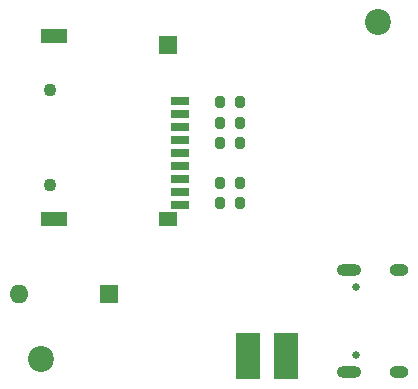
<source format=gbr>
%TF.GenerationSoftware,KiCad,Pcbnew,(6.0.4)*%
%TF.CreationDate,2023-08-29T14:34:22+02:00*%
%TF.ProjectId,big_black_box_pcb_cad,6269675f-626c-4616-936b-5f626f785f70,rev?*%
%TF.SameCoordinates,Original*%
%TF.FileFunction,Soldermask,Bot*%
%TF.FilePolarity,Negative*%
%FSLAX46Y46*%
G04 Gerber Fmt 4.6, Leading zero omitted, Abs format (unit mm)*
G04 Created by KiCad (PCBNEW (6.0.4)) date 2023-08-29 14:34:22*
%MOMM*%
%LPD*%
G01*
G04 APERTURE LIST*
G04 Aperture macros list*
%AMRoundRect*
0 Rectangle with rounded corners*
0 $1 Rounding radius*
0 $2 $3 $4 $5 $6 $7 $8 $9 X,Y pos of 4 corners*
0 Add a 4 corners polygon primitive as box body*
4,1,4,$2,$3,$4,$5,$6,$7,$8,$9,$2,$3,0*
0 Add four circle primitives for the rounded corners*
1,1,$1+$1,$2,$3*
1,1,$1+$1,$4,$5*
1,1,$1+$1,$6,$7*
1,1,$1+$1,$8,$9*
0 Add four rect primitives between the rounded corners*
20,1,$1+$1,$2,$3,$4,$5,0*
20,1,$1+$1,$4,$5,$6,$7,0*
20,1,$1+$1,$6,$7,$8,$9,0*
20,1,$1+$1,$8,$9,$2,$3,0*%
G04 Aperture macros list end*
%ADD10C,2.200000*%
%ADD11R,1.600000X1.600000*%
%ADD12O,1.600000X1.600000*%
%ADD13O,2.100000X1.000000*%
%ADD14O,1.600000X1.000000*%
%ADD15C,0.650000*%
%ADD16R,1.500000X1.600000*%
%ADD17R,2.200000X1.200000*%
%ADD18R,1.500000X1.200000*%
%ADD19R,1.600000X0.700000*%
%ADD20C,1.100000*%
%ADD21R,2.000000X4.000000*%
%ADD22RoundRect,0.200000X0.200000X0.275000X-0.200000X0.275000X-0.200000X-0.275000X0.200000X-0.275000X0*%
%ADD23RoundRect,0.200000X-0.200000X-0.275000X0.200000X-0.275000X0.200000X0.275000X-0.200000X0.275000X0*%
G04 APERTURE END LIST*
D10*
%TO.C,H102*%
X170750000Y-83250000D03*
%TD*%
D11*
%TO.C,SW102*%
X148050000Y-106250000D03*
D12*
X140430000Y-106250000D03*
%TD*%
D10*
%TO.C,H101*%
X142250000Y-111750000D03*
%TD*%
D13*
%TO.C,J101*%
X168370000Y-112820000D03*
D14*
X172550000Y-112820000D03*
D13*
X168370000Y-104180000D03*
D14*
X172550000Y-104180000D03*
D15*
X168900000Y-105610000D03*
X168900000Y-111390000D03*
%TD*%
D16*
%TO.C,U105*%
X153000000Y-85200000D03*
D17*
X143400000Y-84400000D03*
X143400000Y-99900000D03*
D18*
X153000000Y-99900000D03*
D19*
X154000000Y-98700000D03*
X154000000Y-97600000D03*
X154000000Y-96500000D03*
X154000000Y-95400000D03*
X154000000Y-94300000D03*
X154000000Y-93200000D03*
X154000000Y-92100000D03*
X154000000Y-91000000D03*
X154000000Y-89900000D03*
D20*
X143000000Y-97000000D03*
X143000000Y-89000000D03*
%TD*%
D21*
%TO.C,TP102*%
X159750000Y-111500000D03*
%TD*%
%TO.C,TP101*%
X163000000Y-111500000D03*
%TD*%
D22*
%TO.C,R117*%
X159075000Y-98575000D03*
X157425000Y-98575000D03*
%TD*%
D23*
%TO.C,R122*%
X159075000Y-90025000D03*
X157425000Y-90025000D03*
%TD*%
D22*
%TO.C,R120*%
X159075000Y-93445000D03*
X157425000Y-93445000D03*
%TD*%
%TO.C,R118*%
X159075000Y-96865000D03*
X157425000Y-96865000D03*
%TD*%
%TO.C,R121*%
X159075000Y-91735000D03*
X157425000Y-91735000D03*
%TD*%
M02*

</source>
